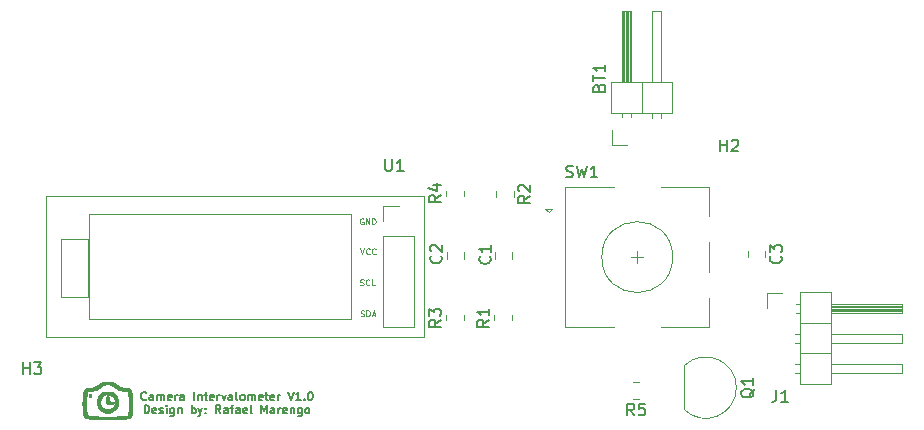
<source format=gbr>
%TF.GenerationSoftware,KiCad,Pcbnew,(6.0.4)*%
%TF.CreationDate,2022-04-25T14:33:06+01:00*%
%TF.ProjectId,CameraIntervalometer,43616d65-7261-4496-9e74-657276616c6f,rev?*%
%TF.SameCoordinates,Original*%
%TF.FileFunction,Legend,Top*%
%TF.FilePolarity,Positive*%
%FSLAX46Y46*%
G04 Gerber Fmt 4.6, Leading zero omitted, Abs format (unit mm)*
G04 Created by KiCad (PCBNEW (6.0.4)) date 2022-04-25 14:33:06*
%MOMM*%
%LPD*%
G01*
G04 APERTURE LIST*
%ADD10C,0.060000*%
%ADD11C,0.150000*%
%ADD12C,0.125000*%
%ADD13C,0.120000*%
G04 APERTURE END LIST*
D10*
G36*
X122241784Y-93610069D02*
G01*
X122255636Y-93529584D01*
X122277316Y-93448234D01*
X122307152Y-93366287D01*
X122345467Y-93284011D01*
X122363678Y-93250551D01*
X122382509Y-93217741D01*
X122401836Y-93185738D01*
X122421535Y-93154696D01*
X122441482Y-93124770D01*
X122461553Y-93096116D01*
X122481624Y-93068888D01*
X122501572Y-93043241D01*
X122521271Y-93019330D01*
X122540598Y-92997310D01*
X122559428Y-92977338D01*
X122577639Y-92959566D01*
X122595106Y-92944151D01*
X122611704Y-92931247D01*
X122619639Y-92925786D01*
X122627311Y-92921010D01*
X122634703Y-92916940D01*
X122641801Y-92913595D01*
X122683783Y-92898709D01*
X122733578Y-92885793D01*
X122790071Y-92874829D01*
X122852144Y-92865804D01*
X122918683Y-92858701D01*
X122988570Y-92853505D01*
X123060690Y-92850201D01*
X123133926Y-92848772D01*
X123207162Y-92849203D01*
X123279281Y-92851480D01*
X123349168Y-92855585D01*
X123415707Y-92861505D01*
X123477781Y-92869223D01*
X123534273Y-92878723D01*
X123584069Y-92889992D01*
X123626051Y-92903011D01*
X123650754Y-92914216D01*
X123675221Y-92927907D01*
X123699401Y-92943965D01*
X123723244Y-92962274D01*
X123769716Y-93005168D01*
X123814236Y-93055643D01*
X123856398Y-93112753D01*
X123895802Y-93175553D01*
X123932042Y-93243097D01*
X123964717Y-93314438D01*
X123993424Y-93388633D01*
X124017758Y-93464734D01*
X124037318Y-93541797D01*
X124051699Y-93618875D01*
X124060500Y-93695022D01*
X124063316Y-93769294D01*
X124059745Y-93840745D01*
X124055439Y-93875117D01*
X124049384Y-93908428D01*
X124040232Y-93940878D01*
X124028755Y-93974553D01*
X124015107Y-94009189D01*
X123999444Y-94044523D01*
X123981920Y-94080291D01*
X123962692Y-94116229D01*
X123941913Y-94152075D01*
X123919738Y-94187564D01*
X123896324Y-94222432D01*
X123871824Y-94256417D01*
X123846394Y-94289255D01*
X123820189Y-94320682D01*
X123793364Y-94350435D01*
X123766073Y-94378250D01*
X123738473Y-94403863D01*
X123710718Y-94427011D01*
X123637536Y-94479301D01*
X123563068Y-94523238D01*
X123487638Y-94559091D01*
X123411573Y-94587126D01*
X123335198Y-94607611D01*
X123258838Y-94620814D01*
X123182819Y-94627001D01*
X123107467Y-94626441D01*
X123033108Y-94619401D01*
X122960066Y-94606148D01*
X122888667Y-94586949D01*
X122819237Y-94562073D01*
X122752101Y-94531786D01*
X122687586Y-94496356D01*
X122626016Y-94456050D01*
X122567717Y-94411136D01*
X122513015Y-94361882D01*
X122462235Y-94308554D01*
X122415703Y-94251419D01*
X122373745Y-94190747D01*
X122336685Y-94126803D01*
X122304850Y-94059855D01*
X122278564Y-93990172D01*
X122258155Y-93918019D01*
X122243946Y-93843665D01*
X122236265Y-93767377D01*
X122235893Y-93732426D01*
X122521418Y-93732426D01*
X122522205Y-93778167D01*
X122526211Y-93823596D01*
X122533519Y-93868513D01*
X122544212Y-93912720D01*
X122558375Y-93956015D01*
X122576089Y-93998200D01*
X122597439Y-94039075D01*
X122622507Y-94078441D01*
X122651378Y-94116097D01*
X122684134Y-94151845D01*
X122704828Y-94171068D01*
X122727150Y-94189052D01*
X122750990Y-94205795D01*
X122776242Y-94221298D01*
X122802796Y-94235560D01*
X122830544Y-94248583D01*
X122859377Y-94260365D01*
X122889186Y-94270907D01*
X122951301Y-94288270D01*
X123016021Y-94300673D01*
X123082477Y-94308114D01*
X123149801Y-94310595D01*
X123217125Y-94308114D01*
X123283581Y-94300673D01*
X123348300Y-94288270D01*
X123410415Y-94270907D01*
X123440225Y-94260365D01*
X123469058Y-94248583D01*
X123496805Y-94235560D01*
X123523359Y-94221298D01*
X123548611Y-94205795D01*
X123572452Y-94189052D01*
X123594773Y-94171068D01*
X123615467Y-94151845D01*
X123638414Y-94128297D01*
X123659635Y-94103364D01*
X123679144Y-94077149D01*
X123696951Y-94049753D01*
X123713068Y-94021279D01*
X123727507Y-93991831D01*
X123740280Y-93961511D01*
X123751397Y-93930421D01*
X123760871Y-93898665D01*
X123768714Y-93866345D01*
X123774936Y-93833564D01*
X123779550Y-93800424D01*
X123782568Y-93767029D01*
X123784000Y-93733480D01*
X123783858Y-93699881D01*
X123782155Y-93666334D01*
X123778901Y-93632943D01*
X123774109Y-93599809D01*
X123767790Y-93567035D01*
X123759955Y-93534725D01*
X123750616Y-93502980D01*
X123739785Y-93471904D01*
X123727474Y-93441600D01*
X123713694Y-93412169D01*
X123698457Y-93383715D01*
X123681773Y-93356340D01*
X123663656Y-93330148D01*
X123644117Y-93305240D01*
X123623167Y-93281720D01*
X123600817Y-93259690D01*
X123577080Y-93239253D01*
X123551967Y-93220511D01*
X123527568Y-93202913D01*
X123502131Y-93185888D01*
X123475856Y-93169514D01*
X123448945Y-93153869D01*
X123421601Y-93139030D01*
X123394024Y-93125075D01*
X123366415Y-93112081D01*
X123338978Y-93100126D01*
X123311912Y-93089287D01*
X123285420Y-93079641D01*
X123259703Y-93071267D01*
X123234963Y-93064242D01*
X123211402Y-93058643D01*
X123189219Y-93054547D01*
X123168619Y-93052033D01*
X123149801Y-93051178D01*
X123100856Y-93053284D01*
X123053297Y-93059469D01*
X123007208Y-93069534D01*
X122962670Y-93083279D01*
X122919768Y-93100505D01*
X122878585Y-93121011D01*
X122839204Y-93144598D01*
X122801708Y-93171067D01*
X122766182Y-93200218D01*
X122732707Y-93231852D01*
X122701368Y-93265768D01*
X122672248Y-93301767D01*
X122645431Y-93339650D01*
X122620998Y-93379217D01*
X122599035Y-93420269D01*
X122579624Y-93462605D01*
X122562848Y-93506026D01*
X122548791Y-93550334D01*
X122537536Y-93595327D01*
X122529167Y-93640806D01*
X122523766Y-93686572D01*
X122521418Y-93732426D01*
X122235893Y-93732426D01*
X122235435Y-93689423D01*
X122241784Y-93610069D01*
G37*
X122241784Y-93610069D02*
X122255636Y-93529584D01*
X122277316Y-93448234D01*
X122307152Y-93366287D01*
X122345467Y-93284011D01*
X122363678Y-93250551D01*
X122382509Y-93217741D01*
X122401836Y-93185738D01*
X122421535Y-93154696D01*
X122441482Y-93124770D01*
X122461553Y-93096116D01*
X122481624Y-93068888D01*
X122501572Y-93043241D01*
X122521271Y-93019330D01*
X122540598Y-92997310D01*
X122559428Y-92977338D01*
X122577639Y-92959566D01*
X122595106Y-92944151D01*
X122611704Y-92931247D01*
X122619639Y-92925786D01*
X122627311Y-92921010D01*
X122634703Y-92916940D01*
X122641801Y-92913595D01*
X122683783Y-92898709D01*
X122733578Y-92885793D01*
X122790071Y-92874829D01*
X122852144Y-92865804D01*
X122918683Y-92858701D01*
X122988570Y-92853505D01*
X123060690Y-92850201D01*
X123133926Y-92848772D01*
X123207162Y-92849203D01*
X123279281Y-92851480D01*
X123349168Y-92855585D01*
X123415707Y-92861505D01*
X123477781Y-92869223D01*
X123534273Y-92878723D01*
X123584069Y-92889992D01*
X123626051Y-92903011D01*
X123650754Y-92914216D01*
X123675221Y-92927907D01*
X123699401Y-92943965D01*
X123723244Y-92962274D01*
X123769716Y-93005168D01*
X123814236Y-93055643D01*
X123856398Y-93112753D01*
X123895802Y-93175553D01*
X123932042Y-93243097D01*
X123964717Y-93314438D01*
X123993424Y-93388633D01*
X124017758Y-93464734D01*
X124037318Y-93541797D01*
X124051699Y-93618875D01*
X124060500Y-93695022D01*
X124063316Y-93769294D01*
X124059745Y-93840745D01*
X124055439Y-93875117D01*
X124049384Y-93908428D01*
X124040232Y-93940878D01*
X124028755Y-93974553D01*
X124015107Y-94009189D01*
X123999444Y-94044523D01*
X123981920Y-94080291D01*
X123962692Y-94116229D01*
X123941913Y-94152075D01*
X123919738Y-94187564D01*
X123896324Y-94222432D01*
X123871824Y-94256417D01*
X123846394Y-94289255D01*
X123820189Y-94320682D01*
X123793364Y-94350435D01*
X123766073Y-94378250D01*
X123738473Y-94403863D01*
X123710718Y-94427011D01*
X123637536Y-94479301D01*
X123563068Y-94523238D01*
X123487638Y-94559091D01*
X123411573Y-94587126D01*
X123335198Y-94607611D01*
X123258838Y-94620814D01*
X123182819Y-94627001D01*
X123107467Y-94626441D01*
X123033108Y-94619401D01*
X122960066Y-94606148D01*
X122888667Y-94586949D01*
X122819237Y-94562073D01*
X122752101Y-94531786D01*
X122687586Y-94496356D01*
X122626016Y-94456050D01*
X122567717Y-94411136D01*
X122513015Y-94361882D01*
X122462235Y-94308554D01*
X122415703Y-94251419D01*
X122373745Y-94190747D01*
X122336685Y-94126803D01*
X122304850Y-94059855D01*
X122278564Y-93990172D01*
X122258155Y-93918019D01*
X122243946Y-93843665D01*
X122236265Y-93767377D01*
X122235893Y-93732426D01*
X122521418Y-93732426D01*
X122522205Y-93778167D01*
X122526211Y-93823596D01*
X122533519Y-93868513D01*
X122544212Y-93912720D01*
X122558375Y-93956015D01*
X122576089Y-93998200D01*
X122597439Y-94039075D01*
X122622507Y-94078441D01*
X122651378Y-94116097D01*
X122684134Y-94151845D01*
X122704828Y-94171068D01*
X122727150Y-94189052D01*
X122750990Y-94205795D01*
X122776242Y-94221298D01*
X122802796Y-94235560D01*
X122830544Y-94248583D01*
X122859377Y-94260365D01*
X122889186Y-94270907D01*
X122951301Y-94288270D01*
X123016021Y-94300673D01*
X123082477Y-94308114D01*
X123149801Y-94310595D01*
X123217125Y-94308114D01*
X123283581Y-94300673D01*
X123348300Y-94288270D01*
X123410415Y-94270907D01*
X123440225Y-94260365D01*
X123469058Y-94248583D01*
X123496805Y-94235560D01*
X123523359Y-94221298D01*
X123548611Y-94205795D01*
X123572452Y-94189052D01*
X123594773Y-94171068D01*
X123615467Y-94151845D01*
X123638414Y-94128297D01*
X123659635Y-94103364D01*
X123679144Y-94077149D01*
X123696951Y-94049753D01*
X123713068Y-94021279D01*
X123727507Y-93991831D01*
X123740280Y-93961511D01*
X123751397Y-93930421D01*
X123760871Y-93898665D01*
X123768714Y-93866345D01*
X123774936Y-93833564D01*
X123779550Y-93800424D01*
X123782568Y-93767029D01*
X123784000Y-93733480D01*
X123783858Y-93699881D01*
X123782155Y-93666334D01*
X123778901Y-93632943D01*
X123774109Y-93599809D01*
X123767790Y-93567035D01*
X123759955Y-93534725D01*
X123750616Y-93502980D01*
X123739785Y-93471904D01*
X123727474Y-93441600D01*
X123713694Y-93412169D01*
X123698457Y-93383715D01*
X123681773Y-93356340D01*
X123663656Y-93330148D01*
X123644117Y-93305240D01*
X123623167Y-93281720D01*
X123600817Y-93259690D01*
X123577080Y-93239253D01*
X123551967Y-93220511D01*
X123527568Y-93202913D01*
X123502131Y-93185888D01*
X123475856Y-93169514D01*
X123448945Y-93153869D01*
X123421601Y-93139030D01*
X123394024Y-93125075D01*
X123366415Y-93112081D01*
X123338978Y-93100126D01*
X123311912Y-93089287D01*
X123285420Y-93079641D01*
X123259703Y-93071267D01*
X123234963Y-93064242D01*
X123211402Y-93058643D01*
X123189219Y-93054547D01*
X123168619Y-93052033D01*
X123149801Y-93051178D01*
X123100856Y-93053284D01*
X123053297Y-93059469D01*
X123007208Y-93069534D01*
X122962670Y-93083279D01*
X122919768Y-93100505D01*
X122878585Y-93121011D01*
X122839204Y-93144598D01*
X122801708Y-93171067D01*
X122766182Y-93200218D01*
X122732707Y-93231852D01*
X122701368Y-93265768D01*
X122672248Y-93301767D01*
X122645431Y-93339650D01*
X122620998Y-93379217D01*
X122599035Y-93420269D01*
X122579624Y-93462605D01*
X122562848Y-93506026D01*
X122548791Y-93550334D01*
X122537536Y-93595327D01*
X122529167Y-93640806D01*
X122523766Y-93686572D01*
X122521418Y-93732426D01*
X122235893Y-93732426D01*
X122235435Y-93689423D01*
X122241784Y-93610069D01*
G36*
X121038777Y-93465995D02*
G01*
X121046598Y-93306263D01*
X121051983Y-93233370D01*
X121058435Y-93164949D01*
X121066019Y-93100869D01*
X121074798Y-93040998D01*
X121084837Y-92985204D01*
X121096200Y-92933356D01*
X121108950Y-92885321D01*
X121123152Y-92840969D01*
X121138869Y-92800166D01*
X121156165Y-92762782D01*
X121175105Y-92728685D01*
X121195752Y-92697742D01*
X121218170Y-92669823D01*
X121242424Y-92644794D01*
X121268576Y-92622526D01*
X121296692Y-92602885D01*
X121326834Y-92585740D01*
X121359068Y-92570959D01*
X121393456Y-92558411D01*
X121430063Y-92547963D01*
X121468953Y-92539484D01*
X121510190Y-92532843D01*
X121553838Y-92527906D01*
X121599960Y-92524543D01*
X121648621Y-92522622D01*
X121699884Y-92522011D01*
X121738414Y-92518924D01*
X121778432Y-92513681D01*
X121819691Y-92506361D01*
X121861941Y-92497041D01*
X121904936Y-92485799D01*
X121948427Y-92472712D01*
X121992166Y-92457858D01*
X122035905Y-92441313D01*
X122079396Y-92423157D01*
X122122391Y-92403466D01*
X122164641Y-92382317D01*
X122205900Y-92359789D01*
X122245918Y-92335958D01*
X122284448Y-92310903D01*
X122321241Y-92284700D01*
X122356051Y-92257428D01*
X122398391Y-92224748D01*
X122442017Y-92194176D01*
X122486848Y-92165713D01*
X122532805Y-92139358D01*
X122579808Y-92115111D01*
X122627778Y-92092973D01*
X122726302Y-92055022D01*
X122827740Y-92025504D01*
X122931458Y-92004420D01*
X123036818Y-91991770D01*
X123143186Y-91987553D01*
X123249926Y-91991770D01*
X123356403Y-92004420D01*
X123461981Y-92025504D01*
X123566023Y-92055022D01*
X123667896Y-92092973D01*
X123766962Y-92139358D01*
X123862587Y-92194176D01*
X123908910Y-92224748D01*
X123954134Y-92257428D01*
X123991039Y-92284816D01*
X124030098Y-92311337D01*
X124070987Y-92336865D01*
X124113380Y-92361277D01*
X124156951Y-92384449D01*
X124201375Y-92406256D01*
X124246326Y-92426575D01*
X124291478Y-92445282D01*
X124336506Y-92462253D01*
X124381085Y-92477363D01*
X124424888Y-92490489D01*
X124467591Y-92501506D01*
X124508868Y-92510291D01*
X124548392Y-92516720D01*
X124585840Y-92520668D01*
X124620884Y-92522011D01*
X124717082Y-92524660D01*
X124803591Y-92533277D01*
X124880891Y-92548870D01*
X124916238Y-92559598D01*
X124949463Y-92572448D01*
X124980627Y-92587545D01*
X125009788Y-92605017D01*
X125037008Y-92624988D01*
X125062345Y-92647585D01*
X125085862Y-92672934D01*
X125107617Y-92701161D01*
X125127670Y-92732391D01*
X125146082Y-92766751D01*
X125162913Y-92804367D01*
X125178222Y-92845364D01*
X125204518Y-92938007D01*
X125225449Y-93045687D01*
X125241497Y-93169414D01*
X125253142Y-93310193D01*
X125260865Y-93469034D01*
X125265147Y-93646943D01*
X125266467Y-93844928D01*
X125265961Y-93982062D01*
X125264400Y-94108064D01*
X125261723Y-94223463D01*
X125257868Y-94328785D01*
X125252773Y-94424557D01*
X125246376Y-94511306D01*
X125238614Y-94589560D01*
X125229426Y-94659845D01*
X125218749Y-94722688D01*
X125206523Y-94778618D01*
X125199809Y-94804154D01*
X125192684Y-94828160D01*
X125185140Y-94850701D01*
X125177171Y-94871842D01*
X125168767Y-94891650D01*
X125159921Y-94910191D01*
X125150626Y-94927531D01*
X125140873Y-94943735D01*
X125130655Y-94958869D01*
X125119965Y-94972999D01*
X125108794Y-94986191D01*
X125097134Y-94998512D01*
X125065236Y-95021580D01*
X125015956Y-95043160D01*
X124869882Y-95081855D01*
X124668184Y-95114597D01*
X124420132Y-95141386D01*
X124134997Y-95162222D01*
X123822049Y-95177105D01*
X123149801Y-95189011D01*
X122477552Y-95177105D01*
X122164605Y-95162222D01*
X121879470Y-95141386D01*
X121631418Y-95114597D01*
X121429720Y-95081855D01*
X121283646Y-95043160D01*
X121234365Y-95021580D01*
X121202467Y-94998512D01*
X121179637Y-94972999D01*
X121158728Y-94943735D01*
X121139680Y-94910191D01*
X121122431Y-94871842D01*
X121106918Y-94828160D01*
X121093079Y-94778618D01*
X121080852Y-94722688D01*
X121070176Y-94659845D01*
X121060988Y-94589560D01*
X121053226Y-94511306D01*
X121041733Y-94328785D01*
X121035201Y-94108064D01*
X121033134Y-93844928D01*
X121033204Y-93834345D01*
X121350634Y-93834345D01*
X121351024Y-93978199D01*
X121352267Y-94108581D01*
X121354471Y-94226158D01*
X121357745Y-94331596D01*
X121362197Y-94425562D01*
X121364898Y-94468451D01*
X121367935Y-94508722D01*
X121371321Y-94546458D01*
X121375069Y-94581743D01*
X121379193Y-94614660D01*
X121383707Y-94645293D01*
X121388624Y-94673723D01*
X121393957Y-94700036D01*
X121399720Y-94724314D01*
X121405928Y-94746640D01*
X121412592Y-94767099D01*
X121419728Y-94785772D01*
X121427348Y-94802744D01*
X121435466Y-94818099D01*
X121444096Y-94831918D01*
X121453250Y-94844286D01*
X121462944Y-94855285D01*
X121473190Y-94865000D01*
X121484001Y-94873514D01*
X121495393Y-94880909D01*
X121507377Y-94887269D01*
X121519967Y-94892678D01*
X121589131Y-94907561D01*
X121712121Y-94920459D01*
X122088822Y-94940303D01*
X122588553Y-94952209D01*
X123149801Y-94956178D01*
X123711048Y-94952209D01*
X124210780Y-94940303D01*
X124587481Y-94920459D01*
X124710470Y-94907561D01*
X124779634Y-94892678D01*
X124804209Y-94880909D01*
X124826412Y-94865000D01*
X124846351Y-94844286D01*
X124864135Y-94818099D01*
X124879874Y-94785772D01*
X124893674Y-94746640D01*
X124905645Y-94700036D01*
X124915895Y-94645293D01*
X124924532Y-94581743D01*
X124931666Y-94508722D01*
X124941857Y-94331596D01*
X124947334Y-94108581D01*
X124948967Y-93834345D01*
X124947521Y-93633571D01*
X124943345Y-93446565D01*
X124936689Y-93277169D01*
X124927801Y-93129230D01*
X124922597Y-93064508D01*
X124916928Y-93006592D01*
X124910825Y-92955962D01*
X124904319Y-92913099D01*
X124897441Y-92878483D01*
X124890222Y-92852596D01*
X124886494Y-92843075D01*
X124882692Y-92835917D01*
X124878821Y-92831181D01*
X124874884Y-92828928D01*
X124771131Y-92820352D01*
X124673904Y-92810428D01*
X124582785Y-92799046D01*
X124497357Y-92786099D01*
X124417199Y-92771477D01*
X124341893Y-92755072D01*
X124271022Y-92736776D01*
X124204165Y-92716480D01*
X124140906Y-92694076D01*
X124080824Y-92669455D01*
X124023502Y-92642508D01*
X123968521Y-92613127D01*
X123915462Y-92581204D01*
X123863907Y-92546630D01*
X123813437Y-92509296D01*
X123763634Y-92469095D01*
X123687990Y-92409563D01*
X123650002Y-92382774D01*
X123611912Y-92357970D01*
X123573730Y-92335149D01*
X123535462Y-92314313D01*
X123497117Y-92295462D01*
X123458702Y-92278595D01*
X123420225Y-92263712D01*
X123381694Y-92250813D01*
X123343116Y-92239899D01*
X123304499Y-92230970D01*
X123265852Y-92224024D01*
X123227181Y-92219063D01*
X123188495Y-92216087D01*
X123149801Y-92215095D01*
X123111107Y-92216087D01*
X123072420Y-92219063D01*
X123033750Y-92224024D01*
X122995102Y-92230970D01*
X122956486Y-92239899D01*
X122917908Y-92250813D01*
X122879377Y-92263712D01*
X122840900Y-92278595D01*
X122802485Y-92295462D01*
X122764139Y-92314313D01*
X122725872Y-92335149D01*
X122687689Y-92357970D01*
X122649600Y-92382774D01*
X122611611Y-92409563D01*
X122535967Y-92469095D01*
X122486167Y-92509296D01*
X122435715Y-92546630D01*
X122384209Y-92581204D01*
X122331246Y-92613127D01*
X122276422Y-92642508D01*
X122219336Y-92669455D01*
X122159582Y-92694076D01*
X122096759Y-92716480D01*
X122030463Y-92736776D01*
X121960292Y-92755072D01*
X121885842Y-92771477D01*
X121806710Y-92786099D01*
X121722492Y-92799046D01*
X121632787Y-92810428D01*
X121537191Y-92820352D01*
X121435301Y-92828928D01*
X121430402Y-92831181D01*
X121425629Y-92835917D01*
X121416470Y-92852596D01*
X121407837Y-92878483D01*
X121399747Y-92913099D01*
X121385257Y-93006592D01*
X121373124Y-93129230D01*
X121363470Y-93277169D01*
X121356422Y-93446565D01*
X121352102Y-93633571D01*
X121350634Y-93834345D01*
X121033204Y-93834345D01*
X121034459Y-93645199D01*
X121038777Y-93465995D01*
G37*
X121038777Y-93465995D02*
X121046598Y-93306263D01*
X121051983Y-93233370D01*
X121058435Y-93164949D01*
X121066019Y-93100869D01*
X121074798Y-93040998D01*
X121084837Y-92985204D01*
X121096200Y-92933356D01*
X121108950Y-92885321D01*
X121123152Y-92840969D01*
X121138869Y-92800166D01*
X121156165Y-92762782D01*
X121175105Y-92728685D01*
X121195752Y-92697742D01*
X121218170Y-92669823D01*
X121242424Y-92644794D01*
X121268576Y-92622526D01*
X121296692Y-92602885D01*
X121326834Y-92585740D01*
X121359068Y-92570959D01*
X121393456Y-92558411D01*
X121430063Y-92547963D01*
X121468953Y-92539484D01*
X121510190Y-92532843D01*
X121553838Y-92527906D01*
X121599960Y-92524543D01*
X121648621Y-92522622D01*
X121699884Y-92522011D01*
X121738414Y-92518924D01*
X121778432Y-92513681D01*
X121819691Y-92506361D01*
X121861941Y-92497041D01*
X121904936Y-92485799D01*
X121948427Y-92472712D01*
X121992166Y-92457858D01*
X122035905Y-92441313D01*
X122079396Y-92423157D01*
X122122391Y-92403466D01*
X122164641Y-92382317D01*
X122205900Y-92359789D01*
X122245918Y-92335958D01*
X122284448Y-92310903D01*
X122321241Y-92284700D01*
X122356051Y-92257428D01*
X122398391Y-92224748D01*
X122442017Y-92194176D01*
X122486848Y-92165713D01*
X122532805Y-92139358D01*
X122579808Y-92115111D01*
X122627778Y-92092973D01*
X122726302Y-92055022D01*
X122827740Y-92025504D01*
X122931458Y-92004420D01*
X123036818Y-91991770D01*
X123143186Y-91987553D01*
X123249926Y-91991770D01*
X123356403Y-92004420D01*
X123461981Y-92025504D01*
X123566023Y-92055022D01*
X123667896Y-92092973D01*
X123766962Y-92139358D01*
X123862587Y-92194176D01*
X123908910Y-92224748D01*
X123954134Y-92257428D01*
X123991039Y-92284816D01*
X124030098Y-92311337D01*
X124070987Y-92336865D01*
X124113380Y-92361277D01*
X124156951Y-92384449D01*
X124201375Y-92406256D01*
X124246326Y-92426575D01*
X124291478Y-92445282D01*
X124336506Y-92462253D01*
X124381085Y-92477363D01*
X124424888Y-92490489D01*
X124467591Y-92501506D01*
X124508868Y-92510291D01*
X124548392Y-92516720D01*
X124585840Y-92520668D01*
X124620884Y-92522011D01*
X124717082Y-92524660D01*
X124803591Y-92533277D01*
X124880891Y-92548870D01*
X124916238Y-92559598D01*
X124949463Y-92572448D01*
X124980627Y-92587545D01*
X125009788Y-92605017D01*
X125037008Y-92624988D01*
X125062345Y-92647585D01*
X125085862Y-92672934D01*
X125107617Y-92701161D01*
X125127670Y-92732391D01*
X125146082Y-92766751D01*
X125162913Y-92804367D01*
X125178222Y-92845364D01*
X125204518Y-92938007D01*
X125225449Y-93045687D01*
X125241497Y-93169414D01*
X125253142Y-93310193D01*
X125260865Y-93469034D01*
X125265147Y-93646943D01*
X125266467Y-93844928D01*
X125265961Y-93982062D01*
X125264400Y-94108064D01*
X125261723Y-94223463D01*
X125257868Y-94328785D01*
X125252773Y-94424557D01*
X125246376Y-94511306D01*
X125238614Y-94589560D01*
X125229426Y-94659845D01*
X125218749Y-94722688D01*
X125206523Y-94778618D01*
X125199809Y-94804154D01*
X125192684Y-94828160D01*
X125185140Y-94850701D01*
X125177171Y-94871842D01*
X125168767Y-94891650D01*
X125159921Y-94910191D01*
X125150626Y-94927531D01*
X125140873Y-94943735D01*
X125130655Y-94958869D01*
X125119965Y-94972999D01*
X125108794Y-94986191D01*
X125097134Y-94998512D01*
X125065236Y-95021580D01*
X125015956Y-95043160D01*
X124869882Y-95081855D01*
X124668184Y-95114597D01*
X124420132Y-95141386D01*
X124134997Y-95162222D01*
X123822049Y-95177105D01*
X123149801Y-95189011D01*
X122477552Y-95177105D01*
X122164605Y-95162222D01*
X121879470Y-95141386D01*
X121631418Y-95114597D01*
X121429720Y-95081855D01*
X121283646Y-95043160D01*
X121234365Y-95021580D01*
X121202467Y-94998512D01*
X121179637Y-94972999D01*
X121158728Y-94943735D01*
X121139680Y-94910191D01*
X121122431Y-94871842D01*
X121106918Y-94828160D01*
X121093079Y-94778618D01*
X121080852Y-94722688D01*
X121070176Y-94659845D01*
X121060988Y-94589560D01*
X121053226Y-94511306D01*
X121041733Y-94328785D01*
X121035201Y-94108064D01*
X121033134Y-93844928D01*
X121033204Y-93834345D01*
X121350634Y-93834345D01*
X121351024Y-93978199D01*
X121352267Y-94108581D01*
X121354471Y-94226158D01*
X121357745Y-94331596D01*
X121362197Y-94425562D01*
X121364898Y-94468451D01*
X121367935Y-94508722D01*
X121371321Y-94546458D01*
X121375069Y-94581743D01*
X121379193Y-94614660D01*
X121383707Y-94645293D01*
X121388624Y-94673723D01*
X121393957Y-94700036D01*
X121399720Y-94724314D01*
X121405928Y-94746640D01*
X121412592Y-94767099D01*
X121419728Y-94785772D01*
X121427348Y-94802744D01*
X121435466Y-94818099D01*
X121444096Y-94831918D01*
X121453250Y-94844286D01*
X121462944Y-94855285D01*
X121473190Y-94865000D01*
X121484001Y-94873514D01*
X121495393Y-94880909D01*
X121507377Y-94887269D01*
X121519967Y-94892678D01*
X121589131Y-94907561D01*
X121712121Y-94920459D01*
X122088822Y-94940303D01*
X122588553Y-94952209D01*
X123149801Y-94956178D01*
X123711048Y-94952209D01*
X124210780Y-94940303D01*
X124587481Y-94920459D01*
X124710470Y-94907561D01*
X124779634Y-94892678D01*
X124804209Y-94880909D01*
X124826412Y-94865000D01*
X124846351Y-94844286D01*
X124864135Y-94818099D01*
X124879874Y-94785772D01*
X124893674Y-94746640D01*
X124905645Y-94700036D01*
X124915895Y-94645293D01*
X124924532Y-94581743D01*
X124931666Y-94508722D01*
X124941857Y-94331596D01*
X124947334Y-94108581D01*
X124948967Y-93834345D01*
X124947521Y-93633571D01*
X124943345Y-93446565D01*
X124936689Y-93277169D01*
X124927801Y-93129230D01*
X124922597Y-93064508D01*
X124916928Y-93006592D01*
X124910825Y-92955962D01*
X124904319Y-92913099D01*
X124897441Y-92878483D01*
X124890222Y-92852596D01*
X124886494Y-92843075D01*
X124882692Y-92835917D01*
X124878821Y-92831181D01*
X124874884Y-92828928D01*
X124771131Y-92820352D01*
X124673904Y-92810428D01*
X124582785Y-92799046D01*
X124497357Y-92786099D01*
X124417199Y-92771477D01*
X124341893Y-92755072D01*
X124271022Y-92736776D01*
X124204165Y-92716480D01*
X124140906Y-92694076D01*
X124080824Y-92669455D01*
X124023502Y-92642508D01*
X123968521Y-92613127D01*
X123915462Y-92581204D01*
X123863907Y-92546630D01*
X123813437Y-92509296D01*
X123763634Y-92469095D01*
X123687990Y-92409563D01*
X123650002Y-92382774D01*
X123611912Y-92357970D01*
X123573730Y-92335149D01*
X123535462Y-92314313D01*
X123497117Y-92295462D01*
X123458702Y-92278595D01*
X123420225Y-92263712D01*
X123381694Y-92250813D01*
X123343116Y-92239899D01*
X123304499Y-92230970D01*
X123265852Y-92224024D01*
X123227181Y-92219063D01*
X123188495Y-92216087D01*
X123149801Y-92215095D01*
X123111107Y-92216087D01*
X123072420Y-92219063D01*
X123033750Y-92224024D01*
X122995102Y-92230970D01*
X122956486Y-92239899D01*
X122917908Y-92250813D01*
X122879377Y-92263712D01*
X122840900Y-92278595D01*
X122802485Y-92295462D01*
X122764139Y-92314313D01*
X122725872Y-92335149D01*
X122687689Y-92357970D01*
X122649600Y-92382774D01*
X122611611Y-92409563D01*
X122535967Y-92469095D01*
X122486167Y-92509296D01*
X122435715Y-92546630D01*
X122384209Y-92581204D01*
X122331246Y-92613127D01*
X122276422Y-92642508D01*
X122219336Y-92669455D01*
X122159582Y-92694076D01*
X122096759Y-92716480D01*
X122030463Y-92736776D01*
X121960292Y-92755072D01*
X121885842Y-92771477D01*
X121806710Y-92786099D01*
X121722492Y-92799046D01*
X121632787Y-92810428D01*
X121537191Y-92820352D01*
X121435301Y-92828928D01*
X121430402Y-92831181D01*
X121425629Y-92835917D01*
X121416470Y-92852596D01*
X121407837Y-92878483D01*
X121399747Y-92913099D01*
X121385257Y-93006592D01*
X121373124Y-93129230D01*
X121363470Y-93277169D01*
X121356422Y-93446565D01*
X121352102Y-93633571D01*
X121350634Y-93834345D01*
X121033204Y-93834345D01*
X121034459Y-93645199D01*
X121038777Y-93465995D01*
G36*
X123155691Y-93157350D02*
G01*
X123161454Y-93158355D01*
X123167084Y-93160011D01*
X123172580Y-93162303D01*
X123177935Y-93165215D01*
X123183147Y-93168732D01*
X123188212Y-93172837D01*
X123193126Y-93177517D01*
X123202485Y-93188534D01*
X123211192Y-93201660D01*
X123219218Y-93216770D01*
X123226530Y-93233741D01*
X123233098Y-93252447D01*
X123238891Y-93272767D01*
X123243878Y-93294574D01*
X123248027Y-93317746D01*
X123251309Y-93342158D01*
X123253691Y-93367686D01*
X123255143Y-93394206D01*
X123255634Y-93421595D01*
X123256267Y-93455960D01*
X123258218Y-93487658D01*
X123259712Y-93502526D01*
X123261564Y-93516752D01*
X123263784Y-93530341D01*
X123266383Y-93543303D01*
X123269369Y-93555645D01*
X123272752Y-93567374D01*
X123276542Y-93578499D01*
X123280749Y-93589026D01*
X123285382Y-93598965D01*
X123290451Y-93608322D01*
X123295966Y-93617106D01*
X123301936Y-93625324D01*
X123308371Y-93632984D01*
X123315281Y-93640093D01*
X123322676Y-93646660D01*
X123330565Y-93652692D01*
X123338957Y-93658196D01*
X123347863Y-93663182D01*
X123357293Y-93667656D01*
X123367255Y-93671626D01*
X123377760Y-93675100D01*
X123388817Y-93678085D01*
X123400436Y-93680590D01*
X123412627Y-93682623D01*
X123425399Y-93684190D01*
X123438762Y-93685299D01*
X123452726Y-93685960D01*
X123467301Y-93686178D01*
X123478150Y-93686301D01*
X123488863Y-93686669D01*
X123499424Y-93687277D01*
X123509820Y-93688121D01*
X123520038Y-93689198D01*
X123530064Y-93690503D01*
X123539885Y-93692034D01*
X123549487Y-93693785D01*
X123558856Y-93695753D01*
X123567979Y-93697934D01*
X123576843Y-93700325D01*
X123585433Y-93702921D01*
X123593736Y-93705719D01*
X123601740Y-93708714D01*
X123609429Y-93711903D01*
X123616790Y-93715282D01*
X123623811Y-93718847D01*
X123630477Y-93722594D01*
X123636775Y-93726520D01*
X123642691Y-93730620D01*
X123648211Y-93734890D01*
X123653323Y-93739327D01*
X123658012Y-93743927D01*
X123662266Y-93748686D01*
X123666069Y-93753600D01*
X123669410Y-93758665D01*
X123672274Y-93763877D01*
X123674647Y-93769232D01*
X123676517Y-93774728D01*
X123677869Y-93780358D01*
X123678691Y-93786121D01*
X123678967Y-93792011D01*
X123678567Y-93796971D01*
X123677378Y-93801920D01*
X123675418Y-93806851D01*
X123672704Y-93811752D01*
X123665085Y-93821428D01*
X123654659Y-93830872D01*
X123641567Y-93840006D01*
X123625947Y-93848752D01*
X123607941Y-93857033D01*
X123587686Y-93864772D01*
X123565323Y-93871890D01*
X123540991Y-93878311D01*
X123514830Y-93883957D01*
X123486979Y-93888750D01*
X123457578Y-93892612D01*
X123426766Y-93895468D01*
X123394682Y-93897237D01*
X123361467Y-93897845D01*
X123309067Y-93897405D01*
X123262745Y-93895819D01*
X123222127Y-93892682D01*
X123186842Y-93887592D01*
X123171084Y-93884188D01*
X123156519Y-93880145D01*
X123143101Y-93875412D01*
X123130784Y-93869939D01*
X123119521Y-93863675D01*
X123109266Y-93856571D01*
X123099972Y-93848574D01*
X123091592Y-93839636D01*
X123084081Y-93829706D01*
X123077392Y-93818733D01*
X123071477Y-93806667D01*
X123066292Y-93793458D01*
X123061788Y-93779055D01*
X123057920Y-93763408D01*
X123054641Y-93746467D01*
X123051905Y-93728180D01*
X123047874Y-93687372D01*
X123045456Y-93640579D01*
X123044277Y-93587398D01*
X123043967Y-93527428D01*
X123044575Y-93490131D01*
X123046344Y-93453779D01*
X123049200Y-93418574D01*
X123053062Y-93384718D01*
X123057855Y-93352413D01*
X123063501Y-93321859D01*
X123069922Y-93293259D01*
X123077040Y-93266813D01*
X123084779Y-93242724D01*
X123088856Y-93231627D01*
X123093060Y-93221193D01*
X123097380Y-93211450D01*
X123101806Y-93202422D01*
X123106329Y-93194134D01*
X123110940Y-93186612D01*
X123115628Y-93179880D01*
X123120384Y-93173964D01*
X123125198Y-93168889D01*
X123130060Y-93164680D01*
X123134961Y-93161363D01*
X123139892Y-93158962D01*
X123144841Y-93157503D01*
X123149801Y-93157011D01*
X123155691Y-93157350D01*
G37*
X123155691Y-93157350D02*
X123161454Y-93158355D01*
X123167084Y-93160011D01*
X123172580Y-93162303D01*
X123177935Y-93165215D01*
X123183147Y-93168732D01*
X123188212Y-93172837D01*
X123193126Y-93177517D01*
X123202485Y-93188534D01*
X123211192Y-93201660D01*
X123219218Y-93216770D01*
X123226530Y-93233741D01*
X123233098Y-93252447D01*
X123238891Y-93272767D01*
X123243878Y-93294574D01*
X123248027Y-93317746D01*
X123251309Y-93342158D01*
X123253691Y-93367686D01*
X123255143Y-93394206D01*
X123255634Y-93421595D01*
X123256267Y-93455960D01*
X123258218Y-93487658D01*
X123259712Y-93502526D01*
X123261564Y-93516752D01*
X123263784Y-93530341D01*
X123266383Y-93543303D01*
X123269369Y-93555645D01*
X123272752Y-93567374D01*
X123276542Y-93578499D01*
X123280749Y-93589026D01*
X123285382Y-93598965D01*
X123290451Y-93608322D01*
X123295966Y-93617106D01*
X123301936Y-93625324D01*
X123308371Y-93632984D01*
X123315281Y-93640093D01*
X123322676Y-93646660D01*
X123330565Y-93652692D01*
X123338957Y-93658196D01*
X123347863Y-93663182D01*
X123357293Y-93667656D01*
X123367255Y-93671626D01*
X123377760Y-93675100D01*
X123388817Y-93678085D01*
X123400436Y-93680590D01*
X123412627Y-93682623D01*
X123425399Y-93684190D01*
X123438762Y-93685299D01*
X123452726Y-93685960D01*
X123467301Y-93686178D01*
X123478150Y-93686301D01*
X123488863Y-93686669D01*
X123499424Y-93687277D01*
X123509820Y-93688121D01*
X123520038Y-93689198D01*
X123530064Y-93690503D01*
X123539885Y-93692034D01*
X123549487Y-93693785D01*
X123558856Y-93695753D01*
X123567979Y-93697934D01*
X123576843Y-93700325D01*
X123585433Y-93702921D01*
X123593736Y-93705719D01*
X123601740Y-93708714D01*
X123609429Y-93711903D01*
X123616790Y-93715282D01*
X123623811Y-93718847D01*
X123630477Y-93722594D01*
X123636775Y-93726520D01*
X123642691Y-93730620D01*
X123648211Y-93734890D01*
X123653323Y-93739327D01*
X123658012Y-93743927D01*
X123662266Y-93748686D01*
X123666069Y-93753600D01*
X123669410Y-93758665D01*
X123672274Y-93763877D01*
X123674647Y-93769232D01*
X123676517Y-93774728D01*
X123677869Y-93780358D01*
X123678691Y-93786121D01*
X123678967Y-93792011D01*
X123678567Y-93796971D01*
X123677378Y-93801920D01*
X123675418Y-93806851D01*
X123672704Y-93811752D01*
X123665085Y-93821428D01*
X123654659Y-93830872D01*
X123641567Y-93840006D01*
X123625947Y-93848752D01*
X123607941Y-93857033D01*
X123587686Y-93864772D01*
X123565323Y-93871890D01*
X123540991Y-93878311D01*
X123514830Y-93883957D01*
X123486979Y-93888750D01*
X123457578Y-93892612D01*
X123426766Y-93895468D01*
X123394682Y-93897237D01*
X123361467Y-93897845D01*
X123309067Y-93897405D01*
X123262745Y-93895819D01*
X123222127Y-93892682D01*
X123186842Y-93887592D01*
X123171084Y-93884188D01*
X123156519Y-93880145D01*
X123143101Y-93875412D01*
X123130784Y-93869939D01*
X123119521Y-93863675D01*
X123109266Y-93856571D01*
X123099972Y-93848574D01*
X123091592Y-93839636D01*
X123084081Y-93829706D01*
X123077392Y-93818733D01*
X123071477Y-93806667D01*
X123066292Y-93793458D01*
X123061788Y-93779055D01*
X123057920Y-93763408D01*
X123054641Y-93746467D01*
X123051905Y-93728180D01*
X123047874Y-93687372D01*
X123045456Y-93640579D01*
X123044277Y-93587398D01*
X123043967Y-93527428D01*
X123044575Y-93490131D01*
X123046344Y-93453779D01*
X123049200Y-93418574D01*
X123053062Y-93384718D01*
X123057855Y-93352413D01*
X123063501Y-93321859D01*
X123069922Y-93293259D01*
X123077040Y-93266813D01*
X123084779Y-93242724D01*
X123088856Y-93231627D01*
X123093060Y-93221193D01*
X123097380Y-93211450D01*
X123101806Y-93202422D01*
X123106329Y-93194134D01*
X123110940Y-93186612D01*
X123115628Y-93179880D01*
X123120384Y-93173964D01*
X123125198Y-93168889D01*
X123130060Y-93164680D01*
X123134961Y-93161363D01*
X123139892Y-93158962D01*
X123144841Y-93157503D01*
X123149801Y-93157011D01*
X123155691Y-93157350D01*
G36*
X121674025Y-93051301D02*
G01*
X121679787Y-93051669D01*
X121685418Y-93052277D01*
X121690913Y-93053121D01*
X121696269Y-93054198D01*
X121701481Y-93055503D01*
X121706546Y-93057034D01*
X121711460Y-93058785D01*
X121716218Y-93060753D01*
X121720818Y-93062934D01*
X121725255Y-93065325D01*
X121729526Y-93067921D01*
X121733625Y-93070719D01*
X121737551Y-93073714D01*
X121741298Y-93076903D01*
X121744863Y-93080282D01*
X121748242Y-93083847D01*
X121751431Y-93087594D01*
X121754427Y-93091520D01*
X121757224Y-93095620D01*
X121759820Y-93099890D01*
X121762211Y-93104327D01*
X121764392Y-93108927D01*
X121766361Y-93113686D01*
X121768112Y-93118600D01*
X121769642Y-93123665D01*
X121770948Y-93128877D01*
X121772024Y-93134232D01*
X121772869Y-93139728D01*
X121773476Y-93145358D01*
X121773844Y-93151121D01*
X121773967Y-93157011D01*
X121773844Y-93161971D01*
X121773476Y-93166920D01*
X121772869Y-93171851D01*
X121772024Y-93176752D01*
X121770948Y-93181614D01*
X121769642Y-93186428D01*
X121768112Y-93191184D01*
X121766361Y-93195872D01*
X121764392Y-93200483D01*
X121762211Y-93205006D01*
X121759820Y-93209432D01*
X121757224Y-93213752D01*
X121754427Y-93217956D01*
X121751431Y-93222033D01*
X121748242Y-93225975D01*
X121744863Y-93229772D01*
X121741298Y-93233413D01*
X121737551Y-93236890D01*
X121733625Y-93240193D01*
X121729526Y-93243311D01*
X121725255Y-93246236D01*
X121720818Y-93248957D01*
X121716218Y-93251465D01*
X121711460Y-93253750D01*
X121706546Y-93255802D01*
X121701481Y-93257612D01*
X121696269Y-93259171D01*
X121690913Y-93260468D01*
X121685418Y-93261493D01*
X121679787Y-93262238D01*
X121674025Y-93262691D01*
X121668134Y-93262845D01*
X121663175Y-93262691D01*
X121658225Y-93262238D01*
X121653295Y-93261493D01*
X121648394Y-93260468D01*
X121643531Y-93259171D01*
X121638717Y-93257612D01*
X121633961Y-93255802D01*
X121629273Y-93253750D01*
X121624663Y-93251465D01*
X121620140Y-93248957D01*
X121615713Y-93246236D01*
X121611393Y-93243311D01*
X121607190Y-93240193D01*
X121603112Y-93236890D01*
X121599170Y-93233413D01*
X121595374Y-93229772D01*
X121591732Y-93225975D01*
X121588255Y-93222033D01*
X121584953Y-93217956D01*
X121581834Y-93213752D01*
X121578910Y-93209432D01*
X121576189Y-93205006D01*
X121573681Y-93200483D01*
X121571396Y-93195872D01*
X121569343Y-93191184D01*
X121567533Y-93186428D01*
X121565975Y-93181614D01*
X121564678Y-93176752D01*
X121563652Y-93171851D01*
X121562908Y-93166920D01*
X121562454Y-93161971D01*
X121562301Y-93157011D01*
X121562454Y-93151121D01*
X121562908Y-93145358D01*
X121563652Y-93139728D01*
X121564678Y-93134232D01*
X121565975Y-93128877D01*
X121567533Y-93123665D01*
X121569343Y-93118600D01*
X121571396Y-93113686D01*
X121573681Y-93108927D01*
X121576189Y-93104327D01*
X121578910Y-93099890D01*
X121581834Y-93095620D01*
X121584953Y-93091520D01*
X121588255Y-93087594D01*
X121591732Y-93083847D01*
X121595374Y-93080282D01*
X121599170Y-93076903D01*
X121603112Y-93073714D01*
X121607190Y-93070719D01*
X121611393Y-93067921D01*
X121615713Y-93065325D01*
X121620140Y-93062934D01*
X121624663Y-93060753D01*
X121629273Y-93058785D01*
X121633961Y-93057034D01*
X121638717Y-93055503D01*
X121643531Y-93054198D01*
X121648394Y-93053121D01*
X121653295Y-93052277D01*
X121658225Y-93051669D01*
X121663175Y-93051301D01*
X121668134Y-93051178D01*
X121674025Y-93051301D01*
G37*
X121674025Y-93051301D02*
X121679787Y-93051669D01*
X121685418Y-93052277D01*
X121690913Y-93053121D01*
X121696269Y-93054198D01*
X121701481Y-93055503D01*
X121706546Y-93057034D01*
X121711460Y-93058785D01*
X121716218Y-93060753D01*
X121720818Y-93062934D01*
X121725255Y-93065325D01*
X121729526Y-93067921D01*
X121733625Y-93070719D01*
X121737551Y-93073714D01*
X121741298Y-93076903D01*
X121744863Y-93080282D01*
X121748242Y-93083847D01*
X121751431Y-93087594D01*
X121754427Y-93091520D01*
X121757224Y-93095620D01*
X121759820Y-93099890D01*
X121762211Y-93104327D01*
X121764392Y-93108927D01*
X121766361Y-93113686D01*
X121768112Y-93118600D01*
X121769642Y-93123665D01*
X121770948Y-93128877D01*
X121772024Y-93134232D01*
X121772869Y-93139728D01*
X121773476Y-93145358D01*
X121773844Y-93151121D01*
X121773967Y-93157011D01*
X121773844Y-93161971D01*
X121773476Y-93166920D01*
X121772869Y-93171851D01*
X121772024Y-93176752D01*
X121770948Y-93181614D01*
X121769642Y-93186428D01*
X121768112Y-93191184D01*
X121766361Y-93195872D01*
X121764392Y-93200483D01*
X121762211Y-93205006D01*
X121759820Y-93209432D01*
X121757224Y-93213752D01*
X121754427Y-93217956D01*
X121751431Y-93222033D01*
X121748242Y-93225975D01*
X121744863Y-93229772D01*
X121741298Y-93233413D01*
X121737551Y-93236890D01*
X121733625Y-93240193D01*
X121729526Y-93243311D01*
X121725255Y-93246236D01*
X121720818Y-93248957D01*
X121716218Y-93251465D01*
X121711460Y-93253750D01*
X121706546Y-93255802D01*
X121701481Y-93257612D01*
X121696269Y-93259171D01*
X121690913Y-93260468D01*
X121685418Y-93261493D01*
X121679787Y-93262238D01*
X121674025Y-93262691D01*
X121668134Y-93262845D01*
X121663175Y-93262691D01*
X121658225Y-93262238D01*
X121653295Y-93261493D01*
X121648394Y-93260468D01*
X121643531Y-93259171D01*
X121638717Y-93257612D01*
X121633961Y-93255802D01*
X121629273Y-93253750D01*
X121624663Y-93251465D01*
X121620140Y-93248957D01*
X121615713Y-93246236D01*
X121611393Y-93243311D01*
X121607190Y-93240193D01*
X121603112Y-93236890D01*
X121599170Y-93233413D01*
X121595374Y-93229772D01*
X121591732Y-93225975D01*
X121588255Y-93222033D01*
X121584953Y-93217956D01*
X121581834Y-93213752D01*
X121578910Y-93209432D01*
X121576189Y-93205006D01*
X121573681Y-93200483D01*
X121571396Y-93195872D01*
X121569343Y-93191184D01*
X121567533Y-93186428D01*
X121565975Y-93181614D01*
X121564678Y-93176752D01*
X121563652Y-93171851D01*
X121562908Y-93166920D01*
X121562454Y-93161971D01*
X121562301Y-93157011D01*
X121562454Y-93151121D01*
X121562908Y-93145358D01*
X121563652Y-93139728D01*
X121564678Y-93134232D01*
X121565975Y-93128877D01*
X121567533Y-93123665D01*
X121569343Y-93118600D01*
X121571396Y-93113686D01*
X121573681Y-93108927D01*
X121576189Y-93104327D01*
X121578910Y-93099890D01*
X121581834Y-93095620D01*
X121584953Y-93091520D01*
X121588255Y-93087594D01*
X121591732Y-93083847D01*
X121595374Y-93080282D01*
X121599170Y-93076903D01*
X121603112Y-93073714D01*
X121607190Y-93070719D01*
X121611393Y-93067921D01*
X121615713Y-93065325D01*
X121620140Y-93062934D01*
X121624663Y-93060753D01*
X121629273Y-93058785D01*
X121633961Y-93057034D01*
X121638717Y-93055503D01*
X121643531Y-93054198D01*
X121648394Y-93053121D01*
X121653295Y-93052277D01*
X121658225Y-93051669D01*
X121663175Y-93051301D01*
X121668134Y-93051178D01*
X121674025Y-93051301D01*
D11*
X126416666Y-93486500D02*
X126383333Y-93519833D01*
X126283333Y-93553166D01*
X126216666Y-93553166D01*
X126116666Y-93519833D01*
X126050000Y-93453166D01*
X126016666Y-93386500D01*
X125983333Y-93253166D01*
X125983333Y-93153166D01*
X126016666Y-93019833D01*
X126050000Y-92953166D01*
X126116666Y-92886500D01*
X126216666Y-92853166D01*
X126283333Y-92853166D01*
X126383333Y-92886500D01*
X126416666Y-92919833D01*
X127016666Y-93553166D02*
X127016666Y-93186500D01*
X126983333Y-93119833D01*
X126916666Y-93086500D01*
X126783333Y-93086500D01*
X126716666Y-93119833D01*
X127016666Y-93519833D02*
X126950000Y-93553166D01*
X126783333Y-93553166D01*
X126716666Y-93519833D01*
X126683333Y-93453166D01*
X126683333Y-93386500D01*
X126716666Y-93319833D01*
X126783333Y-93286500D01*
X126950000Y-93286500D01*
X127016666Y-93253166D01*
X127350000Y-93553166D02*
X127350000Y-93086500D01*
X127350000Y-93153166D02*
X127383333Y-93119833D01*
X127450000Y-93086500D01*
X127550000Y-93086500D01*
X127616666Y-93119833D01*
X127650000Y-93186500D01*
X127650000Y-93553166D01*
X127650000Y-93186500D02*
X127683333Y-93119833D01*
X127750000Y-93086500D01*
X127850000Y-93086500D01*
X127916666Y-93119833D01*
X127950000Y-93186500D01*
X127950000Y-93553166D01*
X128550000Y-93519833D02*
X128483333Y-93553166D01*
X128350000Y-93553166D01*
X128283333Y-93519833D01*
X128250000Y-93453166D01*
X128250000Y-93186500D01*
X128283333Y-93119833D01*
X128350000Y-93086500D01*
X128483333Y-93086500D01*
X128550000Y-93119833D01*
X128583333Y-93186500D01*
X128583333Y-93253166D01*
X128250000Y-93319833D01*
X128883333Y-93553166D02*
X128883333Y-93086500D01*
X128883333Y-93219833D02*
X128916666Y-93153166D01*
X128950000Y-93119833D01*
X129016666Y-93086500D01*
X129083333Y-93086500D01*
X129616666Y-93553166D02*
X129616666Y-93186500D01*
X129583333Y-93119833D01*
X129516666Y-93086500D01*
X129383333Y-93086500D01*
X129316666Y-93119833D01*
X129616666Y-93519833D02*
X129550000Y-93553166D01*
X129383333Y-93553166D01*
X129316666Y-93519833D01*
X129283333Y-93453166D01*
X129283333Y-93386500D01*
X129316666Y-93319833D01*
X129383333Y-93286500D01*
X129550000Y-93286500D01*
X129616666Y-93253166D01*
X130483333Y-93553166D02*
X130483333Y-92853166D01*
X130816666Y-93086500D02*
X130816666Y-93553166D01*
X130816666Y-93153166D02*
X130850000Y-93119833D01*
X130916666Y-93086500D01*
X131016666Y-93086500D01*
X131083333Y-93119833D01*
X131116666Y-93186500D01*
X131116666Y-93553166D01*
X131350000Y-93086500D02*
X131616666Y-93086500D01*
X131450000Y-92853166D02*
X131450000Y-93453166D01*
X131483333Y-93519833D01*
X131550000Y-93553166D01*
X131616666Y-93553166D01*
X132116666Y-93519833D02*
X132050000Y-93553166D01*
X131916666Y-93553166D01*
X131850000Y-93519833D01*
X131816666Y-93453166D01*
X131816666Y-93186500D01*
X131850000Y-93119833D01*
X131916666Y-93086500D01*
X132050000Y-93086500D01*
X132116666Y-93119833D01*
X132150000Y-93186500D01*
X132150000Y-93253166D01*
X131816666Y-93319833D01*
X132450000Y-93553166D02*
X132450000Y-93086500D01*
X132450000Y-93219833D02*
X132483333Y-93153166D01*
X132516666Y-93119833D01*
X132583333Y-93086500D01*
X132650000Y-93086500D01*
X132816666Y-93086500D02*
X132983333Y-93553166D01*
X133150000Y-93086500D01*
X133716666Y-93553166D02*
X133716666Y-93186500D01*
X133683333Y-93119833D01*
X133616666Y-93086500D01*
X133483333Y-93086500D01*
X133416666Y-93119833D01*
X133716666Y-93519833D02*
X133650000Y-93553166D01*
X133483333Y-93553166D01*
X133416666Y-93519833D01*
X133383333Y-93453166D01*
X133383333Y-93386500D01*
X133416666Y-93319833D01*
X133483333Y-93286500D01*
X133650000Y-93286500D01*
X133716666Y-93253166D01*
X134150000Y-93553166D02*
X134083333Y-93519833D01*
X134050000Y-93453166D01*
X134050000Y-92853166D01*
X134516666Y-93553166D02*
X134450000Y-93519833D01*
X134416666Y-93486500D01*
X134383333Y-93419833D01*
X134383333Y-93219833D01*
X134416666Y-93153166D01*
X134450000Y-93119833D01*
X134516666Y-93086500D01*
X134616666Y-93086500D01*
X134683333Y-93119833D01*
X134716666Y-93153166D01*
X134750000Y-93219833D01*
X134750000Y-93419833D01*
X134716666Y-93486500D01*
X134683333Y-93519833D01*
X134616666Y-93553166D01*
X134516666Y-93553166D01*
X135050000Y-93553166D02*
X135050000Y-93086500D01*
X135050000Y-93153166D02*
X135083333Y-93119833D01*
X135150000Y-93086500D01*
X135250000Y-93086500D01*
X135316666Y-93119833D01*
X135350000Y-93186500D01*
X135350000Y-93553166D01*
X135350000Y-93186500D02*
X135383333Y-93119833D01*
X135450000Y-93086500D01*
X135550000Y-93086500D01*
X135616666Y-93119833D01*
X135650000Y-93186500D01*
X135650000Y-93553166D01*
X136250000Y-93519833D02*
X136183333Y-93553166D01*
X136050000Y-93553166D01*
X135983333Y-93519833D01*
X135950000Y-93453166D01*
X135950000Y-93186500D01*
X135983333Y-93119833D01*
X136050000Y-93086500D01*
X136183333Y-93086500D01*
X136250000Y-93119833D01*
X136283333Y-93186500D01*
X136283333Y-93253166D01*
X135950000Y-93319833D01*
X136483333Y-93086500D02*
X136750000Y-93086500D01*
X136583333Y-92853166D02*
X136583333Y-93453166D01*
X136616666Y-93519833D01*
X136683333Y-93553166D01*
X136750000Y-93553166D01*
X137250000Y-93519833D02*
X137183333Y-93553166D01*
X137050000Y-93553166D01*
X136983333Y-93519833D01*
X136950000Y-93453166D01*
X136950000Y-93186500D01*
X136983333Y-93119833D01*
X137050000Y-93086500D01*
X137183333Y-93086500D01*
X137250000Y-93119833D01*
X137283333Y-93186500D01*
X137283333Y-93253166D01*
X136950000Y-93319833D01*
X137583333Y-93553166D02*
X137583333Y-93086500D01*
X137583333Y-93219833D02*
X137616666Y-93153166D01*
X137650000Y-93119833D01*
X137716666Y-93086500D01*
X137783333Y-93086500D01*
X138450000Y-92853166D02*
X138683333Y-93553166D01*
X138916666Y-92853166D01*
X139516666Y-93553166D02*
X139116666Y-93553166D01*
X139316666Y-93553166D02*
X139316666Y-92853166D01*
X139250000Y-92953166D01*
X139183333Y-93019833D01*
X139116666Y-93053166D01*
X139816666Y-93486500D02*
X139850000Y-93519833D01*
X139816666Y-93553166D01*
X139783333Y-93519833D01*
X139816666Y-93486500D01*
X139816666Y-93553166D01*
X140283333Y-92853166D02*
X140350000Y-92853166D01*
X140416666Y-92886500D01*
X140450000Y-92919833D01*
X140483333Y-92986500D01*
X140516666Y-93119833D01*
X140516666Y-93286500D01*
X140483333Y-93419833D01*
X140450000Y-93486500D01*
X140416666Y-93519833D01*
X140350000Y-93553166D01*
X140283333Y-93553166D01*
X140216666Y-93519833D01*
X140183333Y-93486500D01*
X140150000Y-93419833D01*
X140116666Y-93286500D01*
X140116666Y-93119833D01*
X140150000Y-92986500D01*
X140183333Y-92919833D01*
X140216666Y-92886500D01*
X140283333Y-92853166D01*
X126283333Y-94680166D02*
X126283333Y-93980166D01*
X126450000Y-93980166D01*
X126550000Y-94013500D01*
X126616666Y-94080166D01*
X126650000Y-94146833D01*
X126683333Y-94280166D01*
X126683333Y-94380166D01*
X126650000Y-94513500D01*
X126616666Y-94580166D01*
X126550000Y-94646833D01*
X126450000Y-94680166D01*
X126283333Y-94680166D01*
X127250000Y-94646833D02*
X127183333Y-94680166D01*
X127050000Y-94680166D01*
X126983333Y-94646833D01*
X126950000Y-94580166D01*
X126950000Y-94313500D01*
X126983333Y-94246833D01*
X127050000Y-94213500D01*
X127183333Y-94213500D01*
X127250000Y-94246833D01*
X127283333Y-94313500D01*
X127283333Y-94380166D01*
X126950000Y-94446833D01*
X127550000Y-94646833D02*
X127616666Y-94680166D01*
X127750000Y-94680166D01*
X127816666Y-94646833D01*
X127850000Y-94580166D01*
X127850000Y-94546833D01*
X127816666Y-94480166D01*
X127750000Y-94446833D01*
X127650000Y-94446833D01*
X127583333Y-94413500D01*
X127550000Y-94346833D01*
X127550000Y-94313500D01*
X127583333Y-94246833D01*
X127650000Y-94213500D01*
X127750000Y-94213500D01*
X127816666Y-94246833D01*
X128150000Y-94680166D02*
X128150000Y-94213500D01*
X128150000Y-93980166D02*
X128116666Y-94013500D01*
X128150000Y-94046833D01*
X128183333Y-94013500D01*
X128150000Y-93980166D01*
X128150000Y-94046833D01*
X128783333Y-94213500D02*
X128783333Y-94780166D01*
X128750000Y-94846833D01*
X128716666Y-94880166D01*
X128650000Y-94913500D01*
X128550000Y-94913500D01*
X128483333Y-94880166D01*
X128783333Y-94646833D02*
X128716666Y-94680166D01*
X128583333Y-94680166D01*
X128516666Y-94646833D01*
X128483333Y-94613500D01*
X128450000Y-94546833D01*
X128450000Y-94346833D01*
X128483333Y-94280166D01*
X128516666Y-94246833D01*
X128583333Y-94213500D01*
X128716666Y-94213500D01*
X128783333Y-94246833D01*
X129116666Y-94213500D02*
X129116666Y-94680166D01*
X129116666Y-94280166D02*
X129150000Y-94246833D01*
X129216666Y-94213500D01*
X129316666Y-94213500D01*
X129383333Y-94246833D01*
X129416666Y-94313500D01*
X129416666Y-94680166D01*
X130283333Y-94680166D02*
X130283333Y-93980166D01*
X130283333Y-94246833D02*
X130350000Y-94213500D01*
X130483333Y-94213500D01*
X130550000Y-94246833D01*
X130583333Y-94280166D01*
X130616666Y-94346833D01*
X130616666Y-94546833D01*
X130583333Y-94613500D01*
X130550000Y-94646833D01*
X130483333Y-94680166D01*
X130350000Y-94680166D01*
X130283333Y-94646833D01*
X130850000Y-94213500D02*
X131016666Y-94680166D01*
X131183333Y-94213500D02*
X131016666Y-94680166D01*
X130950000Y-94846833D01*
X130916666Y-94880166D01*
X130850000Y-94913500D01*
X131450000Y-94613500D02*
X131483333Y-94646833D01*
X131450000Y-94680166D01*
X131416666Y-94646833D01*
X131450000Y-94613500D01*
X131450000Y-94680166D01*
X131450000Y-94246833D02*
X131483333Y-94280166D01*
X131450000Y-94313500D01*
X131416666Y-94280166D01*
X131450000Y-94246833D01*
X131450000Y-94313500D01*
X132716666Y-94680166D02*
X132483333Y-94346833D01*
X132316666Y-94680166D02*
X132316666Y-93980166D01*
X132583333Y-93980166D01*
X132650000Y-94013500D01*
X132683333Y-94046833D01*
X132716666Y-94113500D01*
X132716666Y-94213500D01*
X132683333Y-94280166D01*
X132650000Y-94313500D01*
X132583333Y-94346833D01*
X132316666Y-94346833D01*
X133316666Y-94680166D02*
X133316666Y-94313500D01*
X133283333Y-94246833D01*
X133216666Y-94213500D01*
X133083333Y-94213500D01*
X133016666Y-94246833D01*
X133316666Y-94646833D02*
X133250000Y-94680166D01*
X133083333Y-94680166D01*
X133016666Y-94646833D01*
X132983333Y-94580166D01*
X132983333Y-94513500D01*
X133016666Y-94446833D01*
X133083333Y-94413500D01*
X133250000Y-94413500D01*
X133316666Y-94380166D01*
X133550000Y-94213500D02*
X133816666Y-94213500D01*
X133650000Y-94680166D02*
X133650000Y-94080166D01*
X133683333Y-94013500D01*
X133750000Y-93980166D01*
X133816666Y-93980166D01*
X134350000Y-94680166D02*
X134350000Y-94313500D01*
X134316666Y-94246833D01*
X134250000Y-94213500D01*
X134116666Y-94213500D01*
X134050000Y-94246833D01*
X134350000Y-94646833D02*
X134283333Y-94680166D01*
X134116666Y-94680166D01*
X134050000Y-94646833D01*
X134016666Y-94580166D01*
X134016666Y-94513500D01*
X134050000Y-94446833D01*
X134116666Y-94413500D01*
X134283333Y-94413500D01*
X134350000Y-94380166D01*
X134950000Y-94646833D02*
X134883333Y-94680166D01*
X134750000Y-94680166D01*
X134683333Y-94646833D01*
X134650000Y-94580166D01*
X134650000Y-94313500D01*
X134683333Y-94246833D01*
X134750000Y-94213500D01*
X134883333Y-94213500D01*
X134950000Y-94246833D01*
X134983333Y-94313500D01*
X134983333Y-94380166D01*
X134650000Y-94446833D01*
X135383333Y-94680166D02*
X135316666Y-94646833D01*
X135283333Y-94580166D01*
X135283333Y-93980166D01*
X136183333Y-94680166D02*
X136183333Y-93980166D01*
X136416666Y-94480166D01*
X136650000Y-93980166D01*
X136650000Y-94680166D01*
X137283333Y-94680166D02*
X137283333Y-94313500D01*
X137250000Y-94246833D01*
X137183333Y-94213500D01*
X137050000Y-94213500D01*
X136983333Y-94246833D01*
X137283333Y-94646833D02*
X137216666Y-94680166D01*
X137050000Y-94680166D01*
X136983333Y-94646833D01*
X136950000Y-94580166D01*
X136950000Y-94513500D01*
X136983333Y-94446833D01*
X137050000Y-94413500D01*
X137216666Y-94413500D01*
X137283333Y-94380166D01*
X137616666Y-94680166D02*
X137616666Y-94213500D01*
X137616666Y-94346833D02*
X137650000Y-94280166D01*
X137683333Y-94246833D01*
X137750000Y-94213500D01*
X137816666Y-94213500D01*
X138316666Y-94646833D02*
X138250000Y-94680166D01*
X138116666Y-94680166D01*
X138050000Y-94646833D01*
X138016666Y-94580166D01*
X138016666Y-94313500D01*
X138050000Y-94246833D01*
X138116666Y-94213500D01*
X138250000Y-94213500D01*
X138316666Y-94246833D01*
X138350000Y-94313500D01*
X138350000Y-94380166D01*
X138016666Y-94446833D01*
X138650000Y-94213500D02*
X138650000Y-94680166D01*
X138650000Y-94280166D02*
X138683333Y-94246833D01*
X138750000Y-94213500D01*
X138850000Y-94213500D01*
X138916666Y-94246833D01*
X138950000Y-94313500D01*
X138950000Y-94680166D01*
X139583333Y-94213500D02*
X139583333Y-94780166D01*
X139550000Y-94846833D01*
X139516666Y-94880166D01*
X139450000Y-94913500D01*
X139350000Y-94913500D01*
X139283333Y-94880166D01*
X139583333Y-94646833D02*
X139516666Y-94680166D01*
X139383333Y-94680166D01*
X139316666Y-94646833D01*
X139283333Y-94613500D01*
X139250000Y-94546833D01*
X139250000Y-94346833D01*
X139283333Y-94280166D01*
X139316666Y-94246833D01*
X139383333Y-94213500D01*
X139516666Y-94213500D01*
X139583333Y-94246833D01*
X140016666Y-94680166D02*
X139950000Y-94646833D01*
X139916666Y-94613500D01*
X139883333Y-94546833D01*
X139883333Y-94346833D01*
X139916666Y-94280166D01*
X139950000Y-94246833D01*
X140016666Y-94213500D01*
X140116666Y-94213500D01*
X140183333Y-94246833D01*
X140216666Y-94280166D01*
X140250000Y-94346833D01*
X140250000Y-94546833D01*
X140216666Y-94613500D01*
X140183333Y-94646833D01*
X140116666Y-94680166D01*
X140016666Y-94680166D01*
%TO.C,H3*%
X115988095Y-91352380D02*
X115988095Y-90352380D01*
X115988095Y-90828571D02*
X116559523Y-90828571D01*
X116559523Y-91352380D02*
X116559523Y-90352380D01*
X116940476Y-90352380D02*
X117559523Y-90352380D01*
X117226190Y-90733333D01*
X117369047Y-90733333D01*
X117464285Y-90780952D01*
X117511904Y-90828571D01*
X117559523Y-90923809D01*
X117559523Y-91161904D01*
X117511904Y-91257142D01*
X117464285Y-91304761D01*
X117369047Y-91352380D01*
X117083333Y-91352380D01*
X116988095Y-91304761D01*
X116940476Y-91257142D01*
%TO.C,H2*%
X174988095Y-72502380D02*
X174988095Y-71502380D01*
X174988095Y-71978571D02*
X175559523Y-71978571D01*
X175559523Y-72502380D02*
X175559523Y-71502380D01*
X175988095Y-71597619D02*
X176035714Y-71550000D01*
X176130952Y-71502380D01*
X176369047Y-71502380D01*
X176464285Y-71550000D01*
X176511904Y-71597619D01*
X176559523Y-71692857D01*
X176559523Y-71788095D01*
X176511904Y-71930952D01*
X175940476Y-72502380D01*
X176559523Y-72502380D01*
%TO.C,R4*%
X151372380Y-76204166D02*
X150896190Y-76537500D01*
X151372380Y-76775595D02*
X150372380Y-76775595D01*
X150372380Y-76394642D01*
X150420000Y-76299404D01*
X150467619Y-76251785D01*
X150562857Y-76204166D01*
X150705714Y-76204166D01*
X150800952Y-76251785D01*
X150848571Y-76299404D01*
X150896190Y-76394642D01*
X150896190Y-76775595D01*
X150705714Y-75347023D02*
X151372380Y-75347023D01*
X150324761Y-75585119D02*
X151039047Y-75823214D01*
X151039047Y-75204166D01*
%TO.C,SW1*%
X161966666Y-74654761D02*
X162109523Y-74702380D01*
X162347619Y-74702380D01*
X162442857Y-74654761D01*
X162490476Y-74607142D01*
X162538095Y-74511904D01*
X162538095Y-74416666D01*
X162490476Y-74321428D01*
X162442857Y-74273809D01*
X162347619Y-74226190D01*
X162157142Y-74178571D01*
X162061904Y-74130952D01*
X162014285Y-74083333D01*
X161966666Y-73988095D01*
X161966666Y-73892857D01*
X162014285Y-73797619D01*
X162061904Y-73750000D01*
X162157142Y-73702380D01*
X162395238Y-73702380D01*
X162538095Y-73750000D01*
X162871428Y-73702380D02*
X163109523Y-74702380D01*
X163300000Y-73988095D01*
X163490476Y-74702380D01*
X163728571Y-73702380D01*
X164633333Y-74702380D02*
X164061904Y-74702380D01*
X164347619Y-74702380D02*
X164347619Y-73702380D01*
X164252380Y-73845238D01*
X164157142Y-73940476D01*
X164061904Y-73988095D01*
%TO.C,R2*%
X158902380Y-76266666D02*
X158426190Y-76600000D01*
X158902380Y-76838095D02*
X157902380Y-76838095D01*
X157902380Y-76457142D01*
X157950000Y-76361904D01*
X157997619Y-76314285D01*
X158092857Y-76266666D01*
X158235714Y-76266666D01*
X158330952Y-76314285D01*
X158378571Y-76361904D01*
X158426190Y-76457142D01*
X158426190Y-76838095D01*
X157997619Y-75885714D02*
X157950000Y-75838095D01*
X157902380Y-75742857D01*
X157902380Y-75504761D01*
X157950000Y-75409523D01*
X157997619Y-75361904D01*
X158092857Y-75314285D01*
X158188095Y-75314285D01*
X158330952Y-75361904D01*
X158902380Y-75933333D01*
X158902380Y-75314285D01*
%TO.C,C1*%
X155507142Y-81391666D02*
X155554761Y-81439285D01*
X155602380Y-81582142D01*
X155602380Y-81677380D01*
X155554761Y-81820238D01*
X155459523Y-81915476D01*
X155364285Y-81963095D01*
X155173809Y-82010714D01*
X155030952Y-82010714D01*
X154840476Y-81963095D01*
X154745238Y-81915476D01*
X154650000Y-81820238D01*
X154602380Y-81677380D01*
X154602380Y-81582142D01*
X154650000Y-81439285D01*
X154697619Y-81391666D01*
X155602380Y-80439285D02*
X155602380Y-81010714D01*
X155602380Y-80725000D02*
X154602380Y-80725000D01*
X154745238Y-80820238D01*
X154840476Y-80915476D01*
X154888095Y-81010714D01*
%TO.C,Q1*%
X177907619Y-92595238D02*
X177860000Y-92690476D01*
X177764761Y-92785714D01*
X177621904Y-92928571D01*
X177574285Y-93023809D01*
X177574285Y-93119047D01*
X177812380Y-93071428D02*
X177764761Y-93166666D01*
X177669523Y-93261904D01*
X177479047Y-93309523D01*
X177145714Y-93309523D01*
X176955238Y-93261904D01*
X176860000Y-93166666D01*
X176812380Y-93071428D01*
X176812380Y-92880952D01*
X176860000Y-92785714D01*
X176955238Y-92690476D01*
X177145714Y-92642857D01*
X177479047Y-92642857D01*
X177669523Y-92690476D01*
X177764761Y-92785714D01*
X177812380Y-92880952D01*
X177812380Y-93071428D01*
X177812380Y-91690476D02*
X177812380Y-92261904D01*
X177812380Y-91976190D02*
X176812380Y-91976190D01*
X176955238Y-92071428D01*
X177050476Y-92166666D01*
X177098095Y-92261904D01*
%TO.C,R1*%
X155452380Y-86754166D02*
X154976190Y-87087500D01*
X155452380Y-87325595D02*
X154452380Y-87325595D01*
X154452380Y-86944642D01*
X154500000Y-86849404D01*
X154547619Y-86801785D01*
X154642857Y-86754166D01*
X154785714Y-86754166D01*
X154880952Y-86801785D01*
X154928571Y-86849404D01*
X154976190Y-86944642D01*
X154976190Y-87325595D01*
X155452380Y-85801785D02*
X155452380Y-86373214D01*
X155452380Y-86087500D02*
X154452380Y-86087500D01*
X154595238Y-86182738D01*
X154690476Y-86277976D01*
X154738095Y-86373214D01*
%TO.C,C2*%
X151357142Y-81335416D02*
X151404761Y-81383035D01*
X151452380Y-81525892D01*
X151452380Y-81621130D01*
X151404761Y-81763988D01*
X151309523Y-81859226D01*
X151214285Y-81906845D01*
X151023809Y-81954464D01*
X150880952Y-81954464D01*
X150690476Y-81906845D01*
X150595238Y-81859226D01*
X150500000Y-81763988D01*
X150452380Y-81621130D01*
X150452380Y-81525892D01*
X150500000Y-81383035D01*
X150547619Y-81335416D01*
X150547619Y-80954464D02*
X150500000Y-80906845D01*
X150452380Y-80811607D01*
X150452380Y-80573511D01*
X150500000Y-80478273D01*
X150547619Y-80430654D01*
X150642857Y-80383035D01*
X150738095Y-80383035D01*
X150880952Y-80430654D01*
X151452380Y-81002083D01*
X151452380Y-80383035D01*
%TO.C,J1*%
X179766666Y-92702380D02*
X179766666Y-93416666D01*
X179719047Y-93559523D01*
X179623809Y-93654761D01*
X179480952Y-93702380D01*
X179385714Y-93702380D01*
X180766666Y-93702380D02*
X180195238Y-93702380D01*
X180480952Y-93702380D02*
X180480952Y-92702380D01*
X180385714Y-92845238D01*
X180290476Y-92940476D01*
X180195238Y-92988095D01*
%TO.C,BT1*%
X164758571Y-67100714D02*
X164806190Y-66957857D01*
X164853809Y-66910238D01*
X164949047Y-66862619D01*
X165091904Y-66862619D01*
X165187142Y-66910238D01*
X165234761Y-66957857D01*
X165282380Y-67053095D01*
X165282380Y-67434047D01*
X164282380Y-67434047D01*
X164282380Y-67100714D01*
X164330000Y-67005476D01*
X164377619Y-66957857D01*
X164472857Y-66910238D01*
X164568095Y-66910238D01*
X164663333Y-66957857D01*
X164710952Y-67005476D01*
X164758571Y-67100714D01*
X164758571Y-67434047D01*
X164282380Y-66576904D02*
X164282380Y-66005476D01*
X165282380Y-66291190D02*
X164282380Y-66291190D01*
X165282380Y-65148333D02*
X165282380Y-65719761D01*
X165282380Y-65434047D02*
X164282380Y-65434047D01*
X164425238Y-65529285D01*
X164520476Y-65624523D01*
X164568095Y-65719761D01*
%TO.C,C3*%
X180137142Y-81366666D02*
X180184761Y-81414285D01*
X180232380Y-81557142D01*
X180232380Y-81652380D01*
X180184761Y-81795238D01*
X180089523Y-81890476D01*
X179994285Y-81938095D01*
X179803809Y-81985714D01*
X179660952Y-81985714D01*
X179470476Y-81938095D01*
X179375238Y-81890476D01*
X179280000Y-81795238D01*
X179232380Y-81652380D01*
X179232380Y-81557142D01*
X179280000Y-81414285D01*
X179327619Y-81366666D01*
X179232380Y-81033333D02*
X179232380Y-80414285D01*
X179613333Y-80747619D01*
X179613333Y-80604761D01*
X179660952Y-80509523D01*
X179708571Y-80461904D01*
X179803809Y-80414285D01*
X180041904Y-80414285D01*
X180137142Y-80461904D01*
X180184761Y-80509523D01*
X180232380Y-80604761D01*
X180232380Y-80890476D01*
X180184761Y-80985714D01*
X180137142Y-81033333D01*
%TO.C,U1*%
X146653095Y-73157380D02*
X146653095Y-73966904D01*
X146700714Y-74062142D01*
X146748333Y-74109761D01*
X146843571Y-74157380D01*
X147034047Y-74157380D01*
X147129285Y-74109761D01*
X147176904Y-74062142D01*
X147224523Y-73966904D01*
X147224523Y-73157380D01*
X148224523Y-74157380D02*
X147653095Y-74157380D01*
X147938809Y-74157380D02*
X147938809Y-73157380D01*
X147843571Y-73300238D01*
X147748333Y-73395476D01*
X147653095Y-73443095D01*
D12*
X144558333Y-80701190D02*
X144725000Y-81201190D01*
X144891666Y-80701190D01*
X145344047Y-81153571D02*
X145320238Y-81177380D01*
X145248809Y-81201190D01*
X145201190Y-81201190D01*
X145129761Y-81177380D01*
X145082142Y-81129761D01*
X145058333Y-81082142D01*
X145034523Y-80986904D01*
X145034523Y-80915476D01*
X145058333Y-80820238D01*
X145082142Y-80772619D01*
X145129761Y-80725000D01*
X145201190Y-80701190D01*
X145248809Y-80701190D01*
X145320238Y-80725000D01*
X145344047Y-80748809D01*
X145844047Y-81153571D02*
X145820238Y-81177380D01*
X145748809Y-81201190D01*
X145701190Y-81201190D01*
X145629761Y-81177380D01*
X145582142Y-81129761D01*
X145558333Y-81082142D01*
X145534523Y-80986904D01*
X145534523Y-80915476D01*
X145558333Y-80820238D01*
X145582142Y-80772619D01*
X145629761Y-80725000D01*
X145701190Y-80701190D01*
X145748809Y-80701190D01*
X145820238Y-80725000D01*
X145844047Y-80748809D01*
X144539761Y-83807380D02*
X144611190Y-83831190D01*
X144730238Y-83831190D01*
X144777857Y-83807380D01*
X144801666Y-83783571D01*
X144825476Y-83735952D01*
X144825476Y-83688333D01*
X144801666Y-83640714D01*
X144777857Y-83616904D01*
X144730238Y-83593095D01*
X144635000Y-83569285D01*
X144587380Y-83545476D01*
X144563571Y-83521666D01*
X144539761Y-83474047D01*
X144539761Y-83426428D01*
X144563571Y-83378809D01*
X144587380Y-83355000D01*
X144635000Y-83331190D01*
X144754047Y-83331190D01*
X144825476Y-83355000D01*
X145325476Y-83783571D02*
X145301666Y-83807380D01*
X145230238Y-83831190D01*
X145182619Y-83831190D01*
X145111190Y-83807380D01*
X145063571Y-83759761D01*
X145039761Y-83712142D01*
X145015952Y-83616904D01*
X145015952Y-83545476D01*
X145039761Y-83450238D01*
X145063571Y-83402619D01*
X145111190Y-83355000D01*
X145182619Y-83331190D01*
X145230238Y-83331190D01*
X145301666Y-83355000D01*
X145325476Y-83378809D01*
X145777857Y-83831190D02*
X145539761Y-83831190D01*
X145539761Y-83331190D01*
X144804047Y-78185000D02*
X144756428Y-78161190D01*
X144685000Y-78161190D01*
X144613571Y-78185000D01*
X144565952Y-78232619D01*
X144542142Y-78280238D01*
X144518333Y-78375476D01*
X144518333Y-78446904D01*
X144542142Y-78542142D01*
X144565952Y-78589761D01*
X144613571Y-78637380D01*
X144685000Y-78661190D01*
X144732619Y-78661190D01*
X144804047Y-78637380D01*
X144827857Y-78613571D01*
X144827857Y-78446904D01*
X144732619Y-78446904D01*
X145042142Y-78661190D02*
X145042142Y-78161190D01*
X145327857Y-78661190D01*
X145327857Y-78161190D01*
X145565952Y-78661190D02*
X145565952Y-78161190D01*
X145685000Y-78161190D01*
X145756428Y-78185000D01*
X145804047Y-78232619D01*
X145827857Y-78280238D01*
X145851666Y-78375476D01*
X145851666Y-78446904D01*
X145827857Y-78542142D01*
X145804047Y-78589761D01*
X145756428Y-78637380D01*
X145685000Y-78661190D01*
X145565952Y-78661190D01*
X144577857Y-86437380D02*
X144649285Y-86461190D01*
X144768333Y-86461190D01*
X144815952Y-86437380D01*
X144839761Y-86413571D01*
X144863571Y-86365952D01*
X144863571Y-86318333D01*
X144839761Y-86270714D01*
X144815952Y-86246904D01*
X144768333Y-86223095D01*
X144673095Y-86199285D01*
X144625476Y-86175476D01*
X144601666Y-86151666D01*
X144577857Y-86104047D01*
X144577857Y-86056428D01*
X144601666Y-86008809D01*
X144625476Y-85985000D01*
X144673095Y-85961190D01*
X144792142Y-85961190D01*
X144863571Y-85985000D01*
X145077857Y-86461190D02*
X145077857Y-85961190D01*
X145196904Y-85961190D01*
X145268333Y-85985000D01*
X145315952Y-86032619D01*
X145339761Y-86080238D01*
X145363571Y-86175476D01*
X145363571Y-86246904D01*
X145339761Y-86342142D01*
X145315952Y-86389761D01*
X145268333Y-86437380D01*
X145196904Y-86461190D01*
X145077857Y-86461190D01*
X145554047Y-86318333D02*
X145792142Y-86318333D01*
X145506428Y-86461190D02*
X145673095Y-85961190D01*
X145839761Y-86461190D01*
D11*
%TO.C,R3*%
X151372380Y-86754166D02*
X150896190Y-87087500D01*
X151372380Y-87325595D02*
X150372380Y-87325595D01*
X150372380Y-86944642D01*
X150420000Y-86849404D01*
X150467619Y-86801785D01*
X150562857Y-86754166D01*
X150705714Y-86754166D01*
X150800952Y-86801785D01*
X150848571Y-86849404D01*
X150896190Y-86944642D01*
X150896190Y-87325595D01*
X150372380Y-86420833D02*
X150372380Y-85801785D01*
X150753333Y-86135119D01*
X150753333Y-85992261D01*
X150800952Y-85897023D01*
X150848571Y-85849404D01*
X150943809Y-85801785D01*
X151181904Y-85801785D01*
X151277142Y-85849404D01*
X151324761Y-85897023D01*
X151372380Y-85992261D01*
X151372380Y-86277976D01*
X151324761Y-86373214D01*
X151277142Y-86420833D01*
%TO.C,R5*%
X167733333Y-94852380D02*
X167400000Y-94376190D01*
X167161904Y-94852380D02*
X167161904Y-93852380D01*
X167542857Y-93852380D01*
X167638095Y-93900000D01*
X167685714Y-93947619D01*
X167733333Y-94042857D01*
X167733333Y-94185714D01*
X167685714Y-94280952D01*
X167638095Y-94328571D01*
X167542857Y-94376190D01*
X167161904Y-94376190D01*
X168638095Y-93852380D02*
X168161904Y-93852380D01*
X168114285Y-94328571D01*
X168161904Y-94280952D01*
X168257142Y-94233333D01*
X168495238Y-94233333D01*
X168590476Y-94280952D01*
X168638095Y-94328571D01*
X168685714Y-94423809D01*
X168685714Y-94661904D01*
X168638095Y-94757142D01*
X168590476Y-94804761D01*
X168495238Y-94852380D01*
X168257142Y-94852380D01*
X168161904Y-94804761D01*
X168114285Y-94757142D01*
D13*
%TO.C,R4*%
X153305000Y-76264564D02*
X153305000Y-75810436D01*
X151835000Y-76264564D02*
X151835000Y-75810436D01*
%TO.C,SW1*%
X166000000Y-75550000D02*
X161900000Y-75550000D01*
X160800000Y-77350000D02*
X160500000Y-77650000D01*
X166000000Y-87350000D02*
X161900000Y-87350000D01*
X167500000Y-81450000D02*
X168500000Y-81450000D01*
X174100000Y-80150000D02*
X174100000Y-82750000D01*
X160500000Y-77650000D02*
X160200000Y-77350000D01*
X174100000Y-87350000D02*
X170000000Y-87350000D01*
X168000000Y-80950000D02*
X168000000Y-81950000D01*
X161900000Y-75550000D02*
X161900000Y-87350000D01*
X174100000Y-84950000D02*
X174100000Y-87350000D01*
X160200000Y-77350000D02*
X160800000Y-77350000D01*
X170000000Y-75550000D02*
X174100000Y-75550000D01*
X174100000Y-75550000D02*
X174100000Y-77950000D01*
X171000000Y-81450000D02*
G75*
G03*
X171000000Y-81450000I-3000000J0D01*
G01*
%TO.C,R2*%
X157535000Y-75872936D02*
X157535000Y-76327064D01*
X156065000Y-75872936D02*
X156065000Y-76327064D01*
%TO.C,C1*%
X155945000Y-81051248D02*
X155945000Y-81573752D01*
X157415000Y-81051248D02*
X157415000Y-81573752D01*
%TO.C,Q1*%
X171950000Y-90700000D02*
X171950000Y-94300000D01*
X176400001Y-92500000D02*
G75*
G03*
X171961522Y-90661522I-2600001J0D01*
G01*
X171961522Y-94338478D02*
G75*
G03*
X176400000Y-92500000I1838478J1838478D01*
G01*
%TO.C,R1*%
X157385000Y-86814564D02*
X157385000Y-86360436D01*
X155915000Y-86814564D02*
X155915000Y-86360436D01*
%TO.C,C2*%
X153335000Y-81051248D02*
X153335000Y-81573752D01*
X151865000Y-81051248D02*
X151865000Y-81573752D01*
%TO.C,J1*%
X184400000Y-85680000D02*
X190400000Y-85680000D01*
X181740000Y-92170000D02*
X184400000Y-92170000D01*
X184400000Y-90460000D02*
X190400000Y-90460000D01*
X190400000Y-85380000D02*
X190400000Y-86140000D01*
X190400000Y-91220000D02*
X184400000Y-91220000D01*
X181342929Y-87920000D02*
X181740000Y-87920000D01*
X184400000Y-85800000D02*
X190400000Y-85800000D01*
X181410000Y-85380000D02*
X181740000Y-85380000D01*
X179030000Y-84490000D02*
X180300000Y-84490000D01*
X184400000Y-85380000D02*
X190400000Y-85380000D01*
X190400000Y-90460000D02*
X190400000Y-91220000D01*
X190400000Y-87920000D02*
X190400000Y-88680000D01*
X181740000Y-84430000D02*
X181740000Y-92170000D01*
X181410000Y-86140000D02*
X181740000Y-86140000D01*
X184400000Y-87920000D02*
X190400000Y-87920000D01*
X184400000Y-86040000D02*
X190400000Y-86040000D01*
X184400000Y-85560000D02*
X190400000Y-85560000D01*
X181342929Y-91220000D02*
X181740000Y-91220000D01*
X179030000Y-85760000D02*
X179030000Y-84490000D01*
X190400000Y-86140000D02*
X184400000Y-86140000D01*
X184400000Y-92170000D02*
X184400000Y-84430000D01*
X184400000Y-84430000D02*
X181740000Y-84430000D01*
X190400000Y-88680000D02*
X184400000Y-88680000D01*
X181342929Y-88680000D02*
X181740000Y-88680000D01*
X181342929Y-90460000D02*
X181740000Y-90460000D01*
X181740000Y-89570000D02*
X184400000Y-89570000D01*
X184400000Y-85920000D02*
X190400000Y-85920000D01*
X184400000Y-85440000D02*
X190400000Y-85440000D01*
X181740000Y-87030000D02*
X184400000Y-87030000D01*
%TO.C,BT1*%
X166720000Y-60600000D02*
X167480000Y-60600000D01*
X166780000Y-66600000D02*
X166780000Y-60600000D01*
X167480000Y-60600000D02*
X167480000Y-66600000D01*
X166900000Y-66600000D02*
X166900000Y-60600000D01*
X170970000Y-66600000D02*
X165770000Y-66600000D01*
X166720000Y-69590000D02*
X166720000Y-69260000D01*
X169260000Y-66600000D02*
X169260000Y-60600000D01*
X167020000Y-66600000D02*
X167020000Y-60600000D01*
X165770000Y-66600000D02*
X165770000Y-69260000D01*
X170970000Y-69260000D02*
X170970000Y-66600000D01*
X170020000Y-60600000D02*
X170020000Y-66600000D01*
X166720000Y-66600000D02*
X166720000Y-60600000D01*
X168370000Y-69260000D02*
X168370000Y-66600000D01*
X170020000Y-69657071D02*
X170020000Y-69260000D01*
X167480000Y-69590000D02*
X167480000Y-69260000D01*
X169260000Y-60600000D02*
X170020000Y-60600000D01*
X167380000Y-66600000D02*
X167380000Y-60600000D01*
X167100000Y-71970000D02*
X165830000Y-71970000D01*
X165770000Y-69260000D02*
X170970000Y-69260000D01*
X167260000Y-66600000D02*
X167260000Y-60600000D01*
X167140000Y-66600000D02*
X167140000Y-60600000D01*
X165830000Y-71970000D02*
X165830000Y-70700000D01*
X169260000Y-69657071D02*
X169260000Y-69260000D01*
%TO.C,C3*%
X178835000Y-80938748D02*
X178835000Y-81461252D01*
X177365000Y-80938748D02*
X177365000Y-81461252D01*
%TO.C,U1*%
X149125000Y-79695000D02*
X149125000Y-87375000D01*
X146465000Y-77095000D02*
X147795000Y-77095000D01*
X146465000Y-79695000D02*
X146465000Y-87375000D01*
X146465000Y-79695000D02*
X149125000Y-79695000D01*
X146465000Y-78425000D02*
X146465000Y-77095000D01*
X146465000Y-87375000D02*
X149125000Y-87375000D01*
X121525000Y-79935000D02*
X119235000Y-79935000D01*
X119235000Y-79935000D02*
X119235000Y-84815000D01*
X119235000Y-84815000D02*
X121525000Y-84815000D01*
X121525000Y-84815000D02*
X121525000Y-79935000D01*
X149955000Y-76245000D02*
X117955000Y-76245000D01*
X117955000Y-76245000D02*
X117955000Y-88245000D01*
X117955000Y-88245000D02*
X149955000Y-88245000D01*
X149955000Y-88245000D02*
X149955000Y-76245000D01*
X121615000Y-77805000D02*
X143805000Y-77805000D01*
X143805000Y-77805000D02*
X143805000Y-86655000D01*
X143805000Y-86655000D02*
X121615000Y-86655000D01*
X121615000Y-86655000D02*
X121615000Y-77805000D01*
%TO.C,R3*%
X153305000Y-86814564D02*
X153305000Y-86360436D01*
X151835000Y-86814564D02*
X151835000Y-86360436D01*
%TO.C,R5*%
X168127064Y-92015000D02*
X167672936Y-92015000D01*
X168127064Y-93485000D02*
X167672936Y-93485000D01*
%TD*%
M02*

</source>
